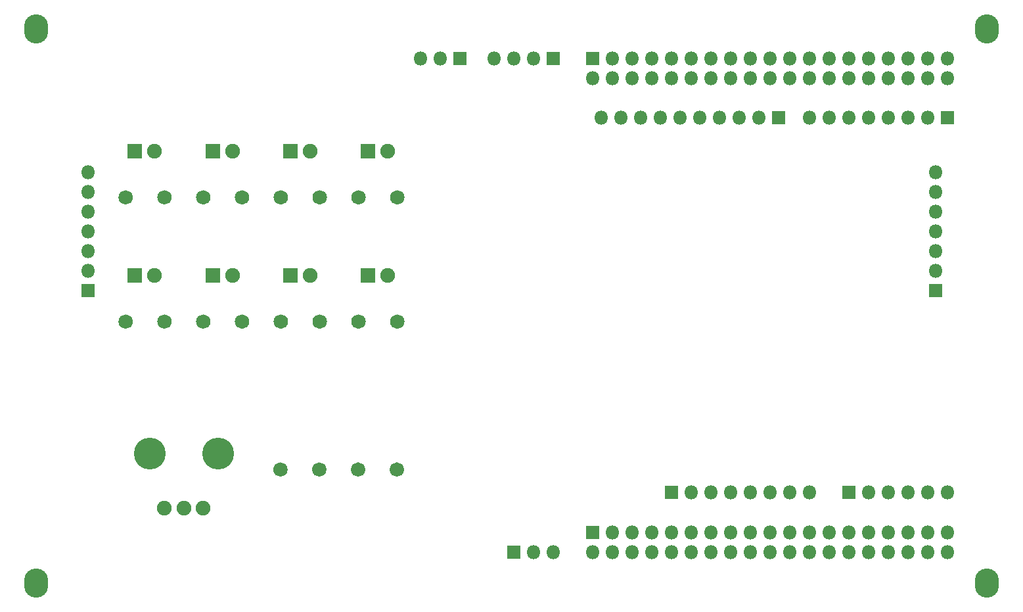
<source format=gbs>
G04 #@! TF.GenerationSoftware,KiCad,Pcbnew,(5.1.5)-3*
G04 #@! TF.CreationDate,2020-01-10T16:41:32+09:00*
G04 #@! TF.ProjectId,NTS-1_CustomPanel,4e54532d-315f-4437-9573-746f6d50616e,C*
G04 #@! TF.SameCoordinates,Original*
G04 #@! TF.FileFunction,Soldermask,Bot*
G04 #@! TF.FilePolarity,Negative*
%FSLAX46Y46*%
G04 Gerber Fmt 4.6, Leading zero omitted, Abs format (unit mm)*
G04 Created by KiCad (PCBNEW (5.1.5)-3) date 2020-01-10 16:41:32*
%MOMM*%
%LPD*%
G04 APERTURE LIST*
%ADD10C,0.100000*%
%ADD11O,1.800000X1.800000*%
%ADD12R,1.800000X1.800000*%
%ADD13O,3.100000X3.750000*%
%ADD14C,1.800000*%
%ADD15C,1.900000*%
%ADD16C,4.100000*%
%ADD17R,1.900000X1.900000*%
G04 APERTURE END LIST*
D10*
X140388480Y-131999990D02*
G75*
G03X140388480Y-131999990I-889000J0D01*
G01*
X135388480Y-131999990D02*
G75*
G03X135388480Y-131999990I-889000J0D01*
G01*
X150388480Y-131999990D02*
G75*
G03X150388480Y-131999990I-889000J0D01*
G01*
X145388480Y-131999990D02*
G75*
G03X145388480Y-131999990I-889000J0D01*
G01*
X120439000Y-112950000D02*
G75*
G03X120439000Y-112950000I-889000J0D01*
G01*
X115439000Y-112950000D02*
G75*
G03X115439000Y-112950000I-889000J0D01*
G01*
X120439000Y-96950000D02*
G75*
G03X120439000Y-96950000I-889000J0D01*
G01*
X115439000Y-96950000D02*
G75*
G03X115439000Y-96950000I-889000J0D01*
G01*
X125439000Y-96950000D02*
G75*
G03X125439000Y-96950000I-889000J0D01*
G01*
X130439000Y-96950000D02*
G75*
G03X130439000Y-96950000I-889000J0D01*
G01*
X140439000Y-96950000D02*
G75*
G03X140439000Y-96950000I-889000J0D01*
G01*
X135439000Y-96950000D02*
G75*
G03X135439000Y-96950000I-889000J0D01*
G01*
X145439000Y-96950000D02*
G75*
G03X145439000Y-96950000I-889000J0D01*
G01*
X150439000Y-96950000D02*
G75*
G03X150439000Y-96950000I-889000J0D01*
G01*
X125439000Y-112950000D02*
G75*
G03X125439000Y-112950000I-889000J0D01*
G01*
X130439000Y-112950000D02*
G75*
G03X130439000Y-112950000I-889000J0D01*
G01*
X135439000Y-112950000D02*
G75*
G03X135439000Y-112950000I-889000J0D01*
G01*
X140439000Y-112950000D02*
G75*
G03X140439000Y-112950000I-889000J0D01*
G01*
X150439000Y-112950000D02*
G75*
G03X150439000Y-112950000I-889000J0D01*
G01*
X145439000Y-112950000D02*
G75*
G03X145439000Y-112950000I-889000J0D01*
G01*
D11*
X220450000Y-134950000D03*
X217910000Y-134950000D03*
X215370000Y-134950000D03*
X212830000Y-134950000D03*
X210290000Y-134950000D03*
D12*
X207750000Y-134950000D03*
D11*
X169660000Y-142620000D03*
X167120000Y-142620000D03*
D12*
X164580000Y-142620000D03*
D11*
X162020000Y-79080000D03*
X164560000Y-79080000D03*
X167100000Y-79080000D03*
D12*
X169640000Y-79080000D03*
D13*
X225550000Y-146596000D03*
X103050000Y-75246000D03*
X225550000Y-75246000D03*
X103050000Y-146596000D03*
D14*
X134499480Y-131999990D03*
X139499480Y-131999990D03*
X144499480Y-131999990D03*
X149499480Y-131999990D03*
D11*
X220440000Y-81620000D03*
X220440000Y-79080000D03*
X217900000Y-81620000D03*
X217900000Y-79080000D03*
X215360000Y-81620000D03*
X215360000Y-79080000D03*
X212820000Y-81620000D03*
X212820000Y-79080000D03*
X210280000Y-81620000D03*
X210280000Y-79080000D03*
X207740000Y-81620000D03*
X207740000Y-79080000D03*
X205200000Y-81620000D03*
X205200000Y-79080000D03*
X202660000Y-81620000D03*
X202660000Y-79080000D03*
X200120000Y-81620000D03*
X200120000Y-79080000D03*
X197580000Y-81620000D03*
X197580000Y-79080000D03*
X195040000Y-81620000D03*
X195040000Y-79080000D03*
X192500000Y-81620000D03*
X192500000Y-79080000D03*
X189960000Y-81620000D03*
X189960000Y-79080000D03*
X187420000Y-81620000D03*
X187420000Y-79080000D03*
X184880000Y-81620000D03*
X184880000Y-79080000D03*
X182340000Y-81620000D03*
X182340000Y-79080000D03*
X179800000Y-81620000D03*
X179800000Y-79080000D03*
X177260000Y-81620000D03*
X177260000Y-79080000D03*
X174720000Y-81620000D03*
D12*
X174720000Y-79080000D03*
D14*
X114550000Y-112950000D03*
X119550000Y-112950000D03*
D12*
X174740000Y-140080000D03*
D11*
X174740000Y-142620000D03*
X177280000Y-140080000D03*
X177280000Y-142620000D03*
X179820000Y-140080000D03*
X179820000Y-142620000D03*
X182360000Y-140080000D03*
X182360000Y-142620000D03*
X184900000Y-140080000D03*
X184900000Y-142620000D03*
X187440000Y-140080000D03*
X187440000Y-142620000D03*
X189980000Y-140080000D03*
X189980000Y-142620000D03*
X192520000Y-140080000D03*
X192520000Y-142620000D03*
X195060000Y-140080000D03*
X195060000Y-142620000D03*
X197600000Y-140080000D03*
X197600000Y-142620000D03*
X200140000Y-140080000D03*
X200140000Y-142620000D03*
X202680000Y-140080000D03*
X202680000Y-142620000D03*
X205220000Y-140080000D03*
X205220000Y-142620000D03*
X207760000Y-140080000D03*
X207760000Y-142620000D03*
X210300000Y-140080000D03*
X210300000Y-142620000D03*
X212840000Y-140080000D03*
X212840000Y-142620000D03*
X215380000Y-140080000D03*
X215380000Y-142620000D03*
X217920000Y-140080000D03*
X217920000Y-142620000D03*
X220460000Y-140080000D03*
X220460000Y-142620000D03*
X202690000Y-134950000D03*
X200150000Y-134950000D03*
X197610000Y-134950000D03*
X195070000Y-134950000D03*
X192530000Y-134950000D03*
X189990000Y-134950000D03*
X187450000Y-134950000D03*
D12*
X184910000Y-134950000D03*
X220460000Y-86700000D03*
D11*
X217920000Y-86700000D03*
X215380000Y-86700000D03*
X212840000Y-86700000D03*
X210300000Y-86700000D03*
X207760000Y-86700000D03*
X205220000Y-86700000D03*
X202680000Y-86700000D03*
D12*
X109690000Y-108950000D03*
D11*
X109690000Y-106410000D03*
X109690000Y-103870000D03*
X109690000Y-101330000D03*
X109690000Y-98790000D03*
X109690000Y-96250000D03*
X109690000Y-93710000D03*
X218910000Y-93710000D03*
X218910000Y-96250000D03*
X218910000Y-98790000D03*
X218910000Y-101330000D03*
X218910000Y-103870000D03*
X218910000Y-106410000D03*
D12*
X218910000Y-108950000D03*
D15*
X119550000Y-136950000D03*
X122050000Y-136950000D03*
X124550000Y-136950000D03*
D16*
X117650000Y-129950000D03*
X126450000Y-129950000D03*
D17*
X115750000Y-90999990D03*
D15*
X118290000Y-90999990D03*
X128290000Y-90999990D03*
D17*
X125750000Y-90999990D03*
X135750000Y-90999990D03*
D15*
X138290000Y-90999990D03*
X148290000Y-90999990D03*
D17*
X145750000Y-90999990D03*
X115750000Y-107000000D03*
D15*
X118290000Y-107000000D03*
X128290000Y-107000000D03*
D17*
X125750000Y-107000000D03*
X135750000Y-107000000D03*
D15*
X138290000Y-107000000D03*
X148290000Y-107000000D03*
D17*
X145750000Y-107000000D03*
D14*
X114550000Y-96950000D03*
X119550000Y-96950000D03*
X129550000Y-96950000D03*
X124550000Y-96950000D03*
X134550000Y-96950000D03*
X139550000Y-96950000D03*
X149550000Y-96950000D03*
X144550000Y-96950000D03*
X129550000Y-112950000D03*
X124550000Y-112950000D03*
X139550000Y-112950000D03*
X134550000Y-112950000D03*
X144550000Y-112950000D03*
X149550000Y-112950000D03*
D12*
X198650000Y-86700000D03*
D11*
X196110000Y-86700000D03*
X193570000Y-86700000D03*
X191030000Y-86700000D03*
X188490000Y-86700000D03*
X185950000Y-86700000D03*
X183410000Y-86700000D03*
X180870000Y-86700000D03*
X178330000Y-86700000D03*
X175790000Y-86700000D03*
D12*
X157590000Y-79080000D03*
D11*
X155050000Y-79080000D03*
X152510000Y-79080000D03*
M02*

</source>
